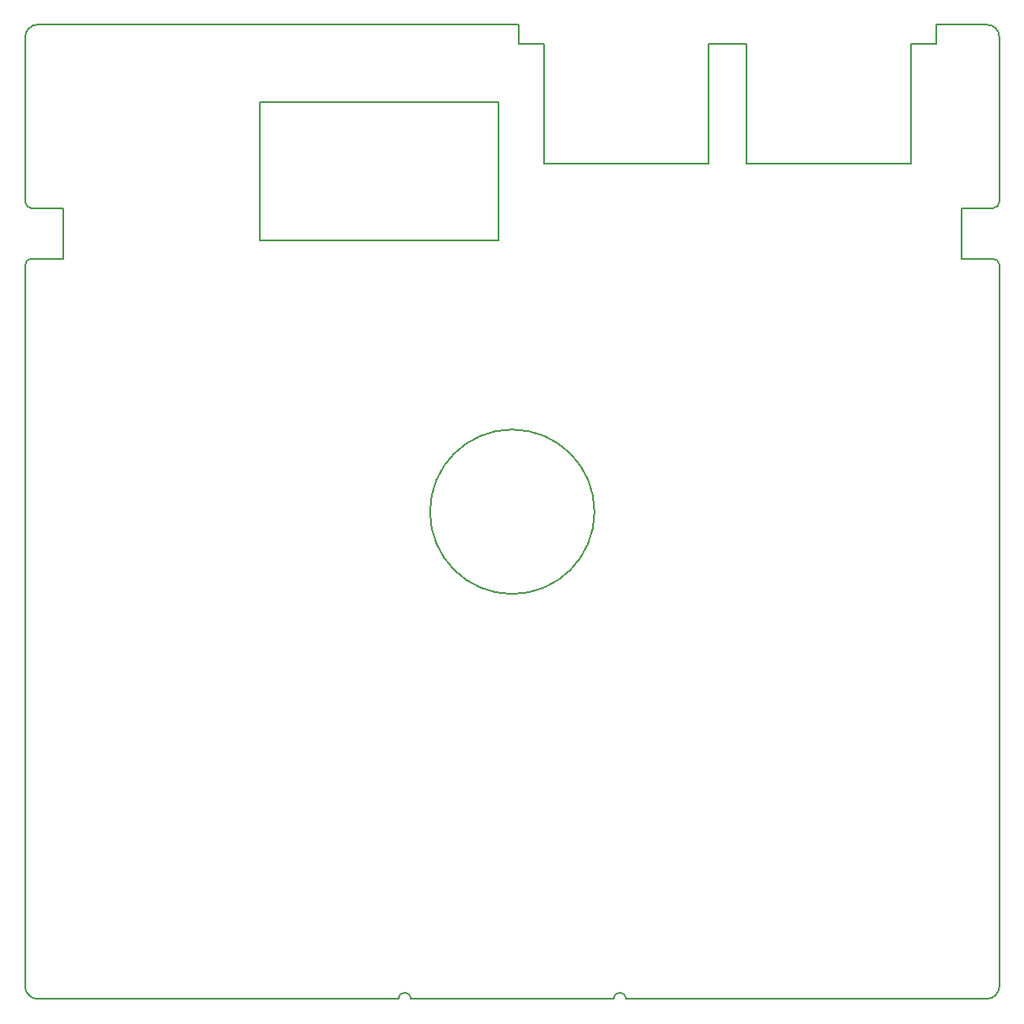
<source format=gm1>
G04 #@! TF.GenerationSoftware,KiCad,Pcbnew,(5.1.8)-1*
G04 #@! TF.CreationDate,2021-01-22T22:50:40+01:00*
G04 #@! TF.ProjectId,C64 Pi1541-II FaceplateB,43363420-5069-4313-9534-312d49492046,rev?*
G04 #@! TF.SameCoordinates,Original*
G04 #@! TF.FileFunction,Profile,NP*
%FSLAX46Y46*%
G04 Gerber Fmt 4.6, Leading zero omitted, Abs format (unit mm)*
G04 Created by KiCad (PCBNEW (5.1.8)-1) date 2021-01-22 22:50:40*
%MOMM*%
%LPD*%
G01*
G04 APERTURE LIST*
G04 #@! TA.AperFunction,Profile*
%ADD10C,0.150000*%
G04 #@! TD*
G04 APERTURE END LIST*
D10*
X163830000Y-54610000D02*
X168910000Y-54610000D01*
X121920000Y-56515000D02*
X124460000Y-56515000D01*
X121920000Y-56515000D02*
X121920000Y-54610000D01*
X144780000Y-56515000D02*
X140970000Y-56515000D01*
X163830000Y-56515000D02*
X163830000Y-54610000D01*
X161290000Y-56515000D02*
X163830000Y-56515000D01*
X124460000Y-56515000D02*
X124460000Y-68580000D01*
X140970000Y-56515000D02*
X140970000Y-68580000D01*
X144780000Y-56515000D02*
X144780000Y-68580000D01*
X161290000Y-56515000D02*
X161290000Y-68580000D01*
X140970000Y-68580000D02*
X124460000Y-68580000D01*
X161290000Y-68580000D02*
X144780000Y-68580000D01*
X131445000Y-152400000D02*
X111125000Y-152400000D01*
X129540000Y-103505000D02*
G75*
G03*
X129540000Y-103505000I-8255000J0D01*
G01*
X132715000Y-152400000D02*
X168910000Y-152400000D01*
X131445000Y-152400000D02*
G75*
G02*
X132080000Y-151765000I635000J0D01*
G01*
X132080000Y-151765000D02*
G75*
G02*
X132715000Y-152400000I0J-635000D01*
G01*
X110490000Y-151765000D02*
G75*
G02*
X111125000Y-152400000I0J-635000D01*
G01*
X109855000Y-152400000D02*
G75*
G02*
X110490000Y-151765000I635000J0D01*
G01*
X170180000Y-55880000D02*
X170180000Y-72390000D01*
X170180000Y-72390000D02*
G75*
G02*
X169545000Y-73025000I-635000J0D01*
G01*
X166370000Y-78105000D02*
X169545000Y-78105000D01*
X166370000Y-78105000D02*
X166370000Y-73025000D01*
X166370000Y-73025000D02*
X169545000Y-73025000D01*
X169545000Y-78105000D02*
G75*
G02*
X170180000Y-78740000I0J-635000D01*
G01*
X72390000Y-78740000D02*
G75*
G02*
X73025000Y-78105000I635000J0D01*
G01*
X73025000Y-73025000D02*
G75*
G02*
X72390000Y-72390000I0J635000D01*
G01*
X95985000Y-76240000D02*
X95985000Y-62395000D01*
X119915000Y-76240000D02*
X95985000Y-76240000D01*
X119915000Y-62395000D02*
X119915000Y-76240000D01*
X95985000Y-62395000D02*
X119915000Y-62395000D01*
X76200000Y-78105000D02*
X73025000Y-78105000D01*
X76200000Y-73025000D02*
X76200000Y-78105000D01*
X73025000Y-73025000D02*
X76200000Y-73025000D01*
X72390000Y-78740000D02*
X72390000Y-151130000D01*
X72390000Y-72390000D02*
X72390000Y-55880000D01*
X121920000Y-54610000D02*
X73660000Y-54610000D01*
X73660000Y-54610000D02*
G75*
G03*
X72390000Y-55880000I0J-1270000D01*
G01*
X170180000Y-55880000D02*
G75*
G03*
X168910000Y-54610000I-1270000J0D01*
G01*
X170180000Y-151130000D02*
X170180000Y-78740000D01*
X168910000Y-152400000D02*
G75*
G03*
X170180000Y-151130000I0J1270000D01*
G01*
X73660000Y-152400000D02*
X109855000Y-152400000D01*
X72390000Y-151130000D02*
G75*
G03*
X73660000Y-152400000I1270000J0D01*
G01*
M02*

</source>
